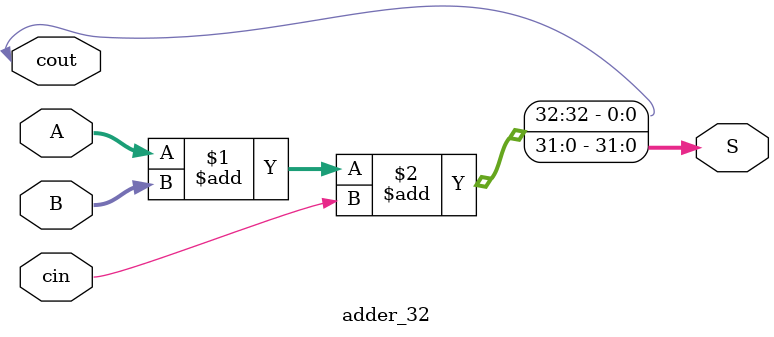
<source format=v>
`timescale 1ns / 1ps


module adder_32(
    input [31:0] A,
    input [31:0] B,
    input cin,
    output [31:0] S,
    input cout
    );
    
    assign {cout,S} = A + B + cin;
endmodule

</source>
